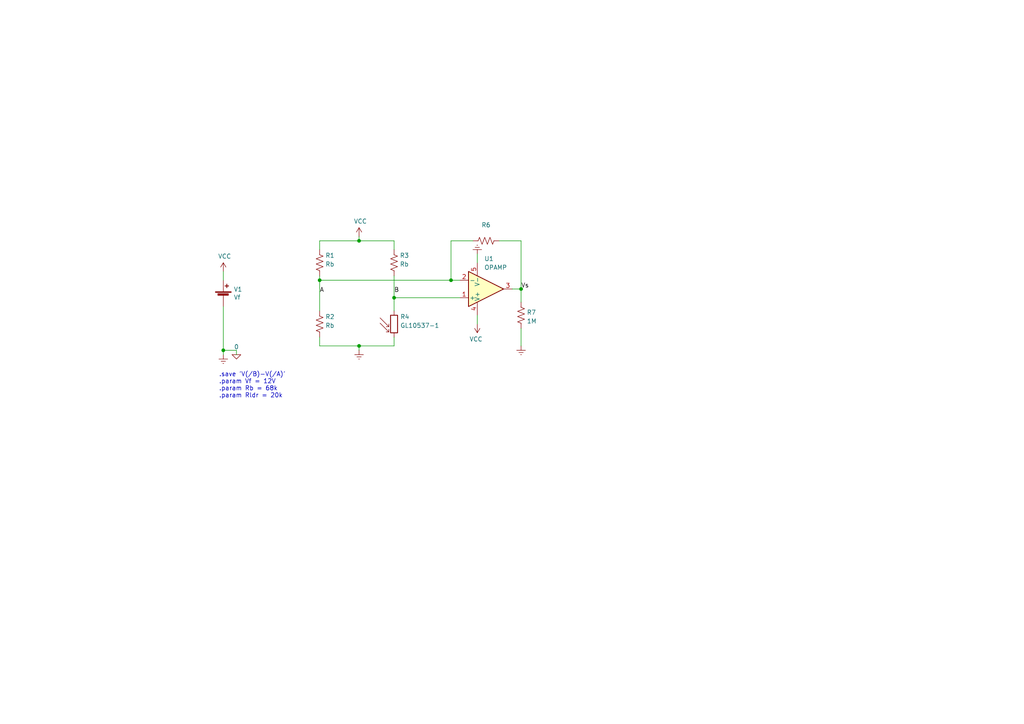
<source format=kicad_sch>
(kicad_sch (version 20211123) (generator eeschema)
  (paper "A4")
  (lib_symbols
    (symbol "Device:Battery_Cell" (pin_numbers hide) (pin_names (offset 0) hide)
      (property "Reference" "BT" (at 2.54 2.54 0))
      (property "Value" "Battery_Cell" (at 2.54 0 0))
      (symbol "Battery_Cell_0_1"
        (rectangle (start -2.286 1.778) (end 2.286 1.524) (fill (type outline)))
        (rectangle (start -1.5748 1.1938) (end 1.4732 0.6858) (fill (type outline)))
        (polyline (pts (xy 0 0.762) (xy 0 0)))
        (polyline (pts (xy 0 1.778) (xy 0 2.54)))
        (polyline (pts (xy 0.508 3.429) (xy 1.524 3.429)) (stroke (width 0.254)))
        (polyline (pts (xy 1.016 3.937) (xy 1.016 2.921)) (stroke (width 0.254)))
      )
      (symbol "Battery_Cell_1_1"
        (pin passive line (at 0 5.08 270) (length 2.54) (name "+") (number "1"))
        (pin passive line (at 0 -2.54 90) (length 2.54) (name "-") (number "2"))
      )
    )
    (symbol "Device:R_US" (pin_numbers hide) (pin_names (offset 0))
      (property "Reference" "R" (at 2.54 0 90))
      (property "Value" "R_US" (at -2.54 0 90))
      (symbol "R_US_0_1"
        (polyline (pts (xy 0 -2.286) (xy 0 -2.54)))
        (polyline (pts (xy 0 2.286) (xy 0 2.54)))
        (polyline (pts (xy 0 -0.762) (xy 1.016 -1.143) (xy 0 -1.524) (xy -1.016 -1.905) (xy 0 -2.286)))
        (polyline (pts (xy 0 0.762) (xy 1.016 0.381) (xy 0 0) (xy -1.016 -0.381) (xy 0 -0.762)))
        (polyline (pts (xy 0 2.286) (xy 1.016 1.905) (xy 0 1.524) (xy -1.016 1.143) (xy 0 0.762)))
      )
      (symbol "R_US_1_1"
        (pin passive line (at 0 3.81 270) (length 1.27) (name "~") (number "1"))
        (pin passive line (at 0 -3.81 90) (length 1.27) (name "~") (number "2"))
      )
    )
    (symbol "Simulation_SPICE:OPAMP" (pin_names (offset 0.254))
      (property "Reference" "U" (at 3.81 3.175 0))
      (property "Value" "OPAMP" (at 3.81 -3.175 0))
      (symbol "OPAMP_0_1"
        (polyline (pts (xy 5.08 0) (xy -5.08 5.08) (xy -5.08 -5.08) (xy 5.08 0)) (stroke (width 0.254)) (fill (type background)))
      )
      (symbol "OPAMP_1_1"
        (pin input line (at -7.62 2.54 0) (length 2.54) (name "+") (number "1"))
        (pin input line (at -7.62 -2.54 0) (length 2.54) (name "-") (number "2"))
        (pin output line (at 7.62 0 180) (length 2.54) (name "~") (number "3"))
        (pin power_in line (at -2.54 7.62 270) (length 3.81) (name "V+") (number "4"))
        (pin power_in line (at -2.54 -7.62 90) (length 3.81) (name "V-") (number "5"))
      )
    )
    (symbol "ldr-ponte-rescue:R_PHOTO-Device" (pin_numbers hide) (pin_names (offset 0))
      (property "Reference" "R" (at 1.27 1.27 0))
      (property "Value" "R_PHOTO-Device" (at 1.27 0 0))
      (symbol "R_PHOTO-Device_0_1"
        (rectangle (start -1.016 2.54) (end 1.016 -2.54) (stroke (width 0.254)))
        (polyline (pts (xy -1.524 -2.286) (xy -4.064 0.254)))
        (polyline (pts (xy -1.524 -2.286) (xy -2.286 -2.286)))
        (polyline (pts (xy -1.524 -2.286) (xy -1.524 -1.524)))
        (polyline (pts (xy -1.524 -0.762) (xy -4.064 1.778)))
        (polyline (pts (xy -1.524 -0.762) (xy -2.286 -0.762)))
        (polyline (pts (xy -1.524 -0.762) (xy -1.524 0)))
      )
      (symbol "R_PHOTO-Device_1_1"
        (pin passive line (at 0 3.81 270) (length 1.27) (name "~") (number "1"))
        (pin passive line (at 0 -3.81 90) (length 1.27) (name "~") (number "2"))
      )
    )
    (symbol "power:Earth" (power) (pin_names (offset 0))
      (symbol "Earth_0_1"
        (polyline (pts (xy -0.635 -1.905) (xy 0.635 -1.905)))
        (polyline (pts (xy -0.127 -2.54) (xy 0.127 -2.54)))
        (polyline (pts (xy 0 -1.27) (xy 0 0)))
        (polyline (pts (xy 1.27 -1.27) (xy -1.27 -1.27)))
      )
      (symbol "Earth_1_1"
        (pin power_in line (at 0 0 270) (length 0) hide (name "Earth") (number "1"))
      )
    )
    (symbol "power:VCC" (power) (pin_names (offset 0))
      (property "Value" "VCC" (at 0 3.81 0))
      (symbol "VCC_0_1"
        (polyline (pts (xy -0.762 1.27) (xy 0 2.54)))
        (polyline (pts (xy 0 0) (xy 0 2.54)))
        (polyline (pts (xy 0 2.54) (xy 0.762 1.27)))
      )
      (symbol "VCC_1_1"
        (pin power_in line (at 0 0 90) (length 0) hide (name "VCC") (number "1"))
      )
    )
    (symbol "pspice:0" (power) (pin_names (offset 0))
      (property "Value" "0" (at 0 -1.778 0))
      (symbol "0_0_1"
        (polyline (pts (xy -1.27 0) (xy 0 -1.27) (xy 1.27 0) (xy -1.27 0)))
      )
      (symbol "0_1_1"
        (pin power_in line (at 0 0 0) (length 0) hide (name "0") (number "1"))
      )
    )
  )
  (junction (at 92.71 81.28))
  (junction (at 64.77 101.6))
  (junction (at 114.3 86.36))
  (junction (at 104.14 69.85))
  (junction (at 151.13 83.82))
  (junction (at 104.14 100.33))
  (junction (at 130.81 81.28))
  (wire (pts (xy 64.77 88.9) (xy 64.77 101.6)))
  (wire (pts (xy 144.78 69.85) (xy 151.13 69.85)))
  (wire (pts (xy 114.3 100.33) (xy 104.14 100.33)))
  (wire (pts (xy 64.77 101.6) (xy 68.58 101.6)))
  (wire (pts (xy 114.3 80.01) (xy 114.3 86.36)))
  (wire (pts (xy 114.3 69.85) (xy 114.3 72.39)))
  (wire (pts (xy 104.14 69.85) (xy 114.3 69.85)))
  (wire (pts (xy 130.81 81.28) (xy 133.35 81.28)))
  (wire (pts (xy 130.81 69.85) (xy 130.81 81.28)))
  (wire (pts (xy 104.14 101.6) (xy 104.14 100.33)))
  (wire (pts (xy 64.77 102.87) (xy 64.77 101.6)))
  (wire (pts (xy 64.77 81.28) (xy 64.77 78.74)))
  (wire (pts (xy 92.71 69.85) (xy 104.14 69.85)))
  (wire (pts (xy 92.71 81.28) (xy 130.81 81.28)))
  (wire (pts (xy 104.14 100.33) (xy 92.71 100.33)))
  (wire (pts (xy 137.16 69.85) (xy 130.81 69.85)))
  (wire (pts (xy 138.43 73.66) (xy 138.43 76.2)))
  (wire (pts (xy 92.71 100.33) (xy 92.71 97.79)))
  (wire (pts (xy 151.13 83.82) (xy 151.13 87.63)))
  (wire (pts (xy 148.59 83.82) (xy 151.13 83.82)))
  (wire (pts (xy 114.3 86.36) (xy 133.35 86.36)))
  (wire (pts (xy 104.14 68.58) (xy 104.14 69.85)))
  (wire (pts (xy 92.71 72.39) (xy 92.71 69.85)))
  (wire (pts (xy 114.3 86.36) (xy 114.3 90.17)))
  (wire (pts (xy 68.58 101.6) (xy 68.58 102.87)))
  (wire (pts (xy 114.3 97.79) (xy 114.3 100.33)))
  (wire (pts (xy 151.13 95.25) (xy 151.13 100.33)))
  (wire (pts (xy 92.71 81.28) (xy 92.71 80.01)))
  (wire (pts (xy 92.71 81.28) (xy 92.71 90.17)))
  (wire (pts (xy 151.13 69.85) (xy 151.13 83.82)))
  (wire (pts (xy 138.43 91.44) (xy 138.43 93.98)))
  (text ".save 'V(/B)-V(/A)'\n.param Vf = 12V\n.param Rb = 68k\n.param Rldr = 20k" (at 63.5 115.57 0) (effects (font (size 1.27 1.27)) (justify left bottom)))
  (label "B" (at 114.3 85.09 0))
  (label "A" (at 92.71 85.09 0))
  (label "Vs" (at 151.13 83.82 0))
  (symbol (lib_id "ldr-ponte-rescue:R_PHOTO-Device") (at 114.3 93.98 0) (unit 1)
    (property "Reference" "R4" (at 116.078 91.8769 0) (effects (justify left)))
    (property "Value" "GL10537-1" (at 116.078 94.4138 0) (effects (justify left)))
    (property "Datasheet" "https://storage.googleapis.com/baudaeletronicadatasheet/LDR%20GL105%20series.pdf" (effects hide))
    (property "Observação" "Vmáx=200VDC, Pmáx=200mW, λpico=560nm, Rluz=20k-30k, Rescuro=3M, (Baú da Eletrônica)" (effects hide))
    (property "Spice_Primitive" "R" (effects hide))
    (property "Spice_Model" "Rldr" (at 116.078 96.9507 0) (effects (justify left)))
    (property "Spice_Netlist_Enabled" "Y" (effects hide))
  )
  (symbol (lib_id "Device:R_US") (at 92.71 76.2 0) (unit 1)
    (property "Reference" "R1" (at 94.361 74.0969 0) (effects (justify left)))
    (property "Value" "Rb" (at 94.361 76.6338 0) (effects (justify left)))
    (property "Spice_Primitive" "R" (effects hide))
    (property "Spice_Model" "Rb" (at 94.361 79.1707 0) (effects (justify left)))
    (property "Spice_Netlist_Enabled" "Y" (effects hide))
  )
  (symbol (lib_id "Device:Battery_Cell") (at 64.77 86.36 0) (unit 1)
    (property "Reference" "V1" (at 67.7672 83.9216 0) (effects (justify left)))
    (property "Value" "Vf" (at 67.7672 86.233 0) (effects (justify left)))
    (property "Spice_Primitive" "V" (effects hide))
    (property "Spice_Model" "dc Vf" (effects hide))
    (property "Spice_Netlist_Enabled" "Y" (effects hide))
  )
  (symbol (lib_id "pspice:0") (at 68.58 102.87 0) (unit 1)
    (property "Reference" "#GND01" (effects hide))
    (property "Value" "0" (at 68.58 100.6094 0))
  )
  (symbol (lib_id "power:Earth") (at 64.77 102.87 0) (unit 1)
    (property "Reference" "#PWR02" (effects hide))
    (property "Value" "Earth" (effects hide))
  )
  (symbol (lib_id "power:VCC") (at 64.77 78.74 0) (unit 1)
    (property "Reference" "#PWR01" (effects hide))
    (property "Value" "VCC" (at 65.151 74.3458 0))
  )
  (symbol (lib_id "power:VCC") (at 104.14 68.58 0) (unit 1)
    (property "Reference" "#PWR03" (effects hide))
    (property "Value" "VCC" (at 104.521 64.1858 0))
  )
  (symbol (lib_id "power:Earth") (at 104.14 101.6 0) (unit 1)
    (property "Reference" "#PWR04" (effects hide))
    (property "Value" "Earth" (effects hide))
  )
  (symbol (lib_id "Device:R_US") (at 114.3 76.2 0) (unit 1)
    (property "Reference" "R3" (at 115.951 74.0969 0) (effects (justify left)))
    (property "Value" "Rb" (at 115.951 76.6338 0) (effects (justify left)))
    (property "Spice_Primitive" "R" (effects hide))
    (property "Spice_Model" "Rb" (at 115.951 79.1707 0) (effects (justify left)))
    (property "Spice_Netlist_Enabled" "Y" (effects hide))
  )
  (symbol (lib_id "Device:R_US") (at 92.71 93.98 0) (unit 1)
    (property "Reference" "R2" (at 94.361 91.8769 0) (effects (justify left)))
    (property "Value" "Rb" (at 94.361 94.4138 0) (effects (justify left)))
    (property "Spice_Primitive" "R" (effects hide))
    (property "Spice_Model" "Rb" (at 94.361 96.9507 0) (effects (justify left)))
    (property "Spice_Netlist_Enabled" "Y" (effects hide))
  )
  (symbol (lib_id "power:Earth") (at 151.13 100.33 0) (unit 1)
    (property "Reference" "#PWR08" (effects hide))
    (property "Value" "Earth" (effects hide))
  )
  (symbol (lib_id "Simulation_SPICE:OPAMP") (at 140.97 83.82 0) (mirror x) (unit 1)
    (property "Reference" "U1" (at 140.4494 75.0402 0) (effects (justify left)))
    (property "Value" "OPAMP" (at 140.4494 77.5771 0) (effects (justify left)))
    (property "Spice_Netlist_Enabled" "Y" (effects hide))
    (property "Spice_Primitive" "X" (effects hide))
    (property "Spice_Model" "LM358" (effects hide))
    (property "Spice_Lib_File" "/home/mpt/Documentos/Projetos/kicad-libraries/kicad-spice-library/Models/uncategorized/Bordodynovs Electronics Lib/sub/OpAmp_TI.lib" (effects hide))
    (property "Spice_Node_Sequence" "1 2 4 5 3" (effects hide))
  )
  (symbol (lib_id "power:VCC") (at 138.43 93.98 180) (unit 1)
    (property "Reference" "#PWR07" (effects hide))
    (property "Value" "VCC" (at 138.049 98.3742 0))
  )
  (symbol (lib_id "Device:R_US") (at 151.13 91.44 180) (unit 1)
    (property "Reference" "R7" (at 152.781 90.6053 0) (effects (justify right)))
    (property "Value" "1M" (at 152.781 93.1422 0) (effects (justify right)))
    (property "Spice_Primitive" "R" (effects hide))
    (property "Spice_Model" "1Meg" (effects hide))
    (property "Spice_Netlist_Enabled" "Y" (effects hide))
  )
  (symbol (lib_id "Device:R_US") (at 140.97 69.85 90) (unit 1)
    (property "Reference" "R6" (at 140.97 65.2612 90))
    (property "Value" "1M" (effects hide))
    (property "Spice_Primitive" "R" (effects hide))
    (property "Spice_Model" "10k" (at 140.97 67.7981 90))
    (property "Spice_Netlist_Enabled" "Y" (effects hide))
  )
  (symbol (lib_id "power:Earth") (at 138.43 73.66 180) (unit 1)
    (property "Reference" "#PWR06" (effects hide))
    (property "Value" "Earth" (effects hide))
  )
)
</source>
